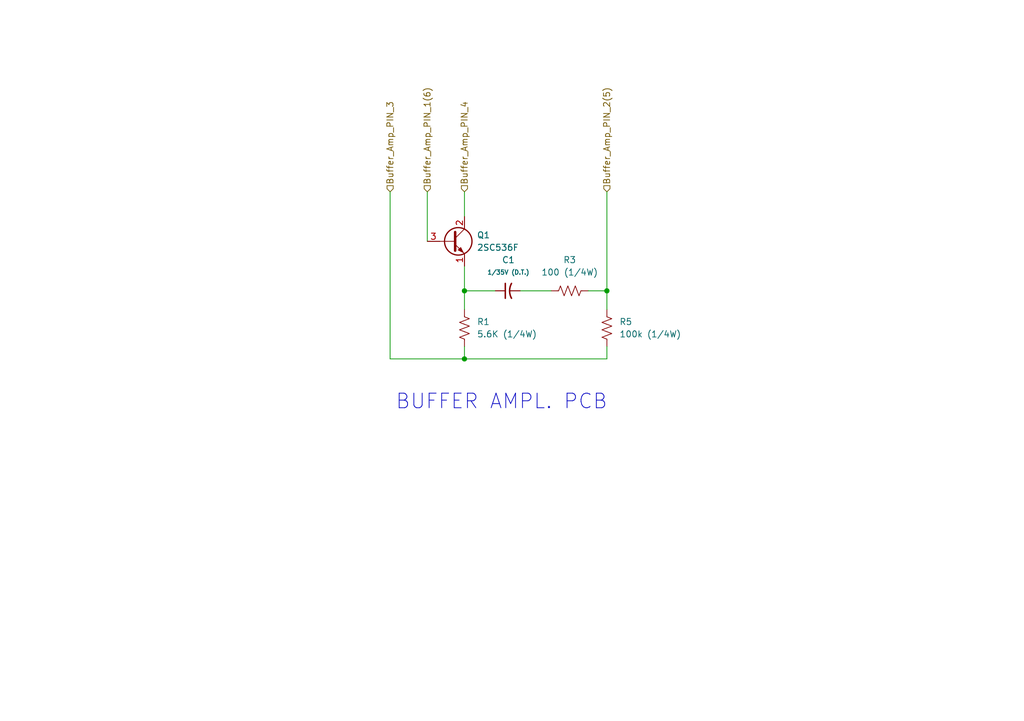
<source format=kicad_sch>
(kicad_sch (version 20250114) (generator "eeschema") (generator_version "9.0")
  (paper "A5")
  (lib_symbols
    (symbol "Device:C_Small_US" (pin_numbers (hide yes)) (pin_names (offset 0.254) (hide yes))
      (property "Reference" "C" (at 0.254 1.778 0))
      (property "Value" "C_Small_US" (at 0.254 -2.032 0))
      (symbol "C_Small_US_0_1"
        (polyline (pts (xy -1.524 0.508) (xy 1.524 0.508)) (stroke (width 0.3048)))
        (arc (start -1.524 -0.762) (mid 0 -0.3734) (end 1.524 -0.762) (stroke (width 0.3048)))
      )
      (symbol "C_Small_US_1_1"
        (pin passive line (at 0 2.54 270) (length 2.032) (name "~") (number "1"))
        (pin passive line (at 0 -2.54 90) (length 2.032) (name "~") (number "2"))
      )
    )
    (symbol "Device:R_US" (pin_numbers (hide yes)) (pin_names (offset 0))
      (property "Reference" "R" (at 2.54 0 90))
      (property "Value" "R_US" (at -2.54 0 90))
      (symbol "R_US_0_1"
        (polyline (pts (xy 0 2.286) (xy 0 2.54)))
        (polyline (pts (xy 0 2.286) (xy 1.016 1.905) (xy 0 1.524) (xy -1.016 1.143) (xy 0 0.762)))
        (polyline (pts (xy 0 0.762) (xy 1.016 0.381) (xy 0 0) (xy -1.016 -0.381) (xy 0 -0.762)))
        (polyline (pts (xy 0 -0.762) (xy 1.016 -1.143) (xy 0 -1.524) (xy -1.016 -1.905) (xy 0 -2.286)))
        (polyline (pts (xy 0 -2.286) (xy 0 -2.54)))
      )
      (symbol "R_US_1_1"
        (pin passive line (at 0 3.81 270) (length 1.27) (name "~") (number "1"))
        (pin passive line (at 0 -3.81 90) (length 1.27) (name "~") (number "2"))
      )
    )
    (symbol "Transistor_BJT:2SC1815" (pin_names (offset 0) (hide yes))
      (property "Reference" "Q" (at 5.08 1.905 0))
      (property "Value" "2SC1815" (at 5.08 0 0))
      (symbol "2SC1815_0_1"
        (polyline (pts (xy -2.54 0) (xy 0.635 0)))
        (polyline (pts (xy 0.635 1.905) (xy 0.635 -1.905)) (stroke (width 0.508)))
        (circle (center 1.27 0) (radius 2.8194) (stroke (width 0.254)))
      )
      (symbol "2SC1815_1_1"
        (polyline (pts (xy 0.635 0.635) (xy 2.54 2.54)))
        (polyline (pts (xy 0.635 -0.635) (xy 2.54 -2.54)))
        (polyline (pts (xy 1.27 -1.778) (xy 1.778 -1.27) (xy 2.286 -2.286) (xy 1.27 -1.778)) (fill (type outline)))
        (pin input line (at -5.08 0 0) (length 2.54) (name "B") (number "3"))
        (pin passive line (at 2.54 5.08 270) (length 2.54) (name "C") (number "2"))
        (pin passive line (at 2.54 -5.08 90) (length 2.54) (name "E") (number "1"))
      )
    )
  )
  (text "BUFFER AMPL. PCB" (at 102.87 82.55 0) (effects (font (size 3 3))))
  (junction (at 95.25 59.69))
  (junction (at 124.46 59.69))
  (junction (at 95.25 73.66))
  (wire (pts (xy 95.25 59.69) (xy 101.6 59.69)))
  (wire (pts (xy 87.63 39.37) (xy 87.63 49.53)))
  (wire (pts (xy 124.46 59.69) (xy 124.46 63.5)))
  (wire (pts (xy 95.25 39.37) (xy 95.25 44.45)))
  (wire (pts (xy 95.25 73.66) (xy 124.46 73.66)))
  (wire (pts (xy 80.01 39.37) (xy 80.01 73.66)))
  (wire (pts (xy 95.25 71.12) (xy 95.25 73.66)))
  (wire (pts (xy 124.46 73.66) (xy 124.46 71.12)))
  (wire (pts (xy 95.25 54.61) (xy 95.25 59.69)))
  (wire (pts (xy 95.25 59.69) (xy 95.25 63.5)))
  (wire (pts (xy 95.25 73.66) (xy 80.01 73.66)))
  (wire (pts (xy 124.46 39.37) (xy 124.46 59.69)))
  (wire (pts (xy 106.68 59.69) (xy 113.03 59.69)))
  (wire (pts (xy 120.65 59.69) (xy 124.46 59.69)))
  (hierarchical_label "Buffer_Amp_PIN_2(5)" (shape input) (at 124.46 39.37 90))
  (hierarchical_label "Buffer_Amp_PIN_1(6)" (shape input) (at 87.63 39.37 90))
  (hierarchical_label "Buffer_Amp_PIN_4" (shape input) (at 95.25 39.37 90))
  (hierarchical_label "Buffer_Amp_PIN_3" (shape input) (at 80.01 39.37 90))
  (symbol (lib_id "Device:R_US") (at 124.46 67.31 0) (unit 1)
    (property "Reference" "R5" (at 127 66.0399 0) (effects (justify left)))
    (property "Value" "100k (1/4W)" (at 127 68.5799 0) (effects (justify left)))
    (property "Description" "Resistor, US symbol" (effects (hide yes)))
  )
  (symbol (lib_id "Device:R_US") (at 95.25 67.31 0) (unit 1)
    (property "Reference" "R1" (at 97.79 66.0399 0) (effects (justify left)))
    (property "Value" "5.6K (1/4W)" (at 97.79 68.5799 0) (effects (justify left)))
    (property "Description" "Resistor, US symbol" (effects (hide yes)))
  )
  (symbol (lib_id "Transistor_BJT:2SC1815") (at 92.71 49.53 0) (unit 1)
    (property "Reference" "Q1" (at 97.79 48.2599 0) (effects (justify left)))
    (property "Value" "2SC536F" (at 97.79 50.7999 0) (effects (justify left)))
    (property "Footprint" "Package_TO_SOT_THT:TO-92_Inline" (effects (hide yes)))
    (property "Datasheet" "https://media.digikey.com/pdf/Data%20Sheets/Toshiba%20PDFs/2SC1815.pdf" (effects (hide yes)))
    (property "Description" "0.15A Ic, 50V Vce, Low Noise Audio NPN Transistor, TO-92" (effects (hide yes)))
  )
  (symbol (lib_id "Device:R_US") (at 116.84 59.69 90) (unit 1)
    (property "Reference" "R3" (at 116.84 53.34 90))
    (property "Value" "100 (1/4W)" (at 116.84 55.88 90))
    (property "Description" "Resistor, US symbol" (effects (hide yes)))
  )
  (symbol (lib_id "Device:C_Small_US") (at 104.14 59.69 90) (unit 1)
    (property "Reference" "C1" (at 104.267 53.34 90))
    (property "Value" "1/35V (D.T.)" (at 104.267 55.88 90) (effects (font (size 0.889 0.889))))
    (property "Description" "capacitor, small US symbol" (effects (hide yes)))
  )
)
</source>
